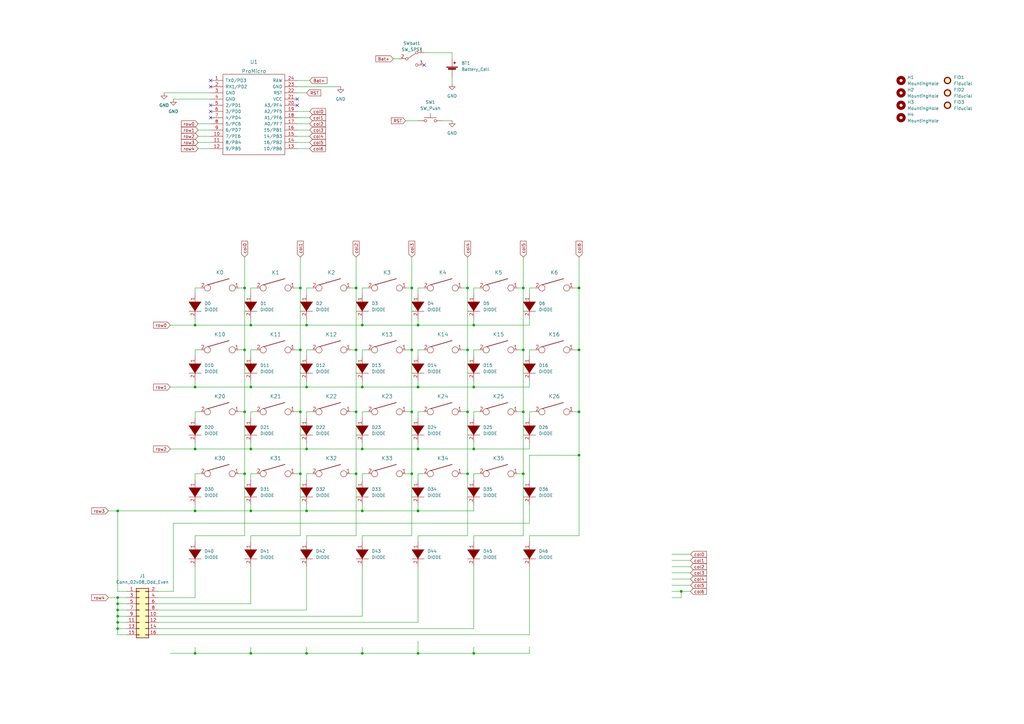
<source format=kicad_sch>
(kicad_sch (version 20211123) (generator eeschema)
  (paper "A3")
  (title_block (title "mykeeb") (rev "2"))
  (lib_symbols
    (symbol "Connector_Generic:Conn_02x08_Odd_Even" (pin_names (offset 1.016) hide)
      (property "Reference" "J" (at 1.27 10.16 0))
      (property "Value" "Conn_02x08_Odd_Even" (at 1.27 -12.7 0))
      (symbol "Conn_02x08_Odd_Even_1_1"
        (rectangle (start -1.27 -10.033) (end 0 -10.287) (stroke (width 0.1524)))
        (rectangle (start -1.27 -7.493) (end 0 -7.747) (stroke (width 0.1524)))
        (rectangle (start -1.27 -4.953) (end 0 -5.207) (stroke (width 0.1524)))
        (rectangle (start -1.27 -2.413) (end 0 -2.667) (stroke (width 0.1524)))
        (rectangle (start -1.27 0.127) (end 0 -0.127) (stroke (width 0.1524)))
        (rectangle (start -1.27 2.667) (end 0 2.413) (stroke (width 0.1524)))
        (rectangle (start -1.27 5.207) (end 0 4.953) (stroke (width 0.1524)))
        (rectangle (start -1.27 7.747) (end 0 7.493) (stroke (width 0.1524)))
        (rectangle (start -1.27 8.89) (end 3.81 -11.43) (stroke (width 0.254)) (fill (type background)))
        (rectangle (start 3.81 -10.033) (end 2.54 -10.287) (stroke (width 0.1524)))
        (rectangle (start 3.81 -7.493) (end 2.54 -7.747) (stroke (width 0.1524)))
        (rectangle (start 3.81 -4.953) (end 2.54 -5.207) (stroke (width 0.1524)))
        (rectangle (start 3.81 -2.413) (end 2.54 -2.667) (stroke (width 0.1524)))
        (rectangle (start 3.81 0.127) (end 2.54 -0.127) (stroke (width 0.1524)))
        (rectangle (start 3.81 2.667) (end 2.54 2.413) (stroke (width 0.1524)))
        (rectangle (start 3.81 5.207) (end 2.54 4.953) (stroke (width 0.1524)))
        (rectangle (start 3.81 7.747) (end 2.54 7.493) (stroke (width 0.1524)))
        (pin passive line (at -5.08 7.62 0) (length 3.81) (name "Pin_1") (number "1"))
        (pin passive line (at 7.62 -2.54 180) (length 3.81) (name "Pin_10") (number "10"))
        (pin passive line (at -5.08 -5.08 0) (length 3.81) (name "Pin_11") (number "11"))
        (pin passive line (at 7.62 -5.08 180) (length 3.81) (name "Pin_12") (number "12"))
        (pin passive line (at -5.08 -7.62 0) (length 3.81) (name "Pin_13") (number "13"))
        (pin passive line (at 7.62 -7.62 180) (length 3.81) (name "Pin_14") (number "14"))
        (pin passive line (at -5.08 -10.16 0) (length 3.81) (name "Pin_15") (number "15"))
        (pin passive line (at 7.62 -10.16 180) (length 3.81) (name "Pin_16") (number "16"))
        (pin passive line (at 7.62 7.62 180) (length 3.81) (name "Pin_2") (number "2"))
        (pin passive line (at -5.08 5.08 0) (length 3.81) (name "Pin_3") (number "3"))
        (pin passive line (at 7.62 5.08 180) (length 3.81) (name "Pin_4") (number "4"))
        (pin passive line (at -5.08 2.54 0) (length 3.81) (name "Pin_5") (number "5"))
        (pin passive line (at 7.62 2.54 180) (length 3.81) (name "Pin_6") (number "6"))
        (pin passive line (at -5.08 0 0) (length 3.81) (name "Pin_7") (number "7"))
        (pin passive line (at 7.62 0 180) (length 3.81) (name "Pin_8") (number "8"))
        (pin passive line (at -5.08 -2.54 0) (length 3.81) (name "Pin_9") (number "9"))
      )
    )
    (symbol "Device:Battery_Cell" (pin_numbers hide) (pin_names (offset 0) hide)
      (property "Reference" "BT" (at 2.54 2.54 0))
      (property "Value" "Battery_Cell" (at 2.54 0 0))
      (symbol "Battery_Cell_0_1"
        (rectangle (start -2.286 1.778) (end 2.286 1.524) (fill (type outline)))
        (rectangle (start -1.5748 1.1938) (end 1.4732 0.6858) (fill (type outline)))
        (polyline (pts (xy 0 0.762) (xy 0 0)))
        (polyline (pts (xy 0 1.778) (xy 0 2.54)))
        (polyline (pts (xy 0.508 3.429) (xy 1.524 3.429)) (stroke (width 0.254)))
        (polyline (pts (xy 1.016 3.937) (xy 1.016 2.921)) (stroke (width 0.254)))
      )
      (symbol "Battery_Cell_1_1"
        (pin passive line (at 0 5.08 270) (length 2.54) (name "+") (number "1"))
        (pin passive line (at 0 -2.54 90) (length 2.54) (name "-") (number "2"))
      )
    )
    (symbol "Mechanical:Fiducial"
      (property "Reference" "FID" (at 0 5.08 0))
      (property "Value" "Fiducial" (at 0 3.175 0))
      (symbol "Fiducial_0_1"
        (circle (center 0 0) (radius 1.27) (stroke (width 0.508)) (fill (type background)))
      )
    )
    (symbol "Mechanical:MountingHole" (pin_names (offset 1.016))
      (property "Reference" "H" (at 0 5.08 0))
      (property "Value" "MountingHole" (at 0 3.175 0))
      (symbol "MountingHole_0_1"
        (circle (center 0 0) (radius 1.27) (stroke (width 1.27)))
      )
    )
    (symbol "Switch:SW_Push" (pin_numbers hide) (pin_names (offset 1.016) hide)
      (property "Reference" "SW" (at 1.27 2.54 0))
      (property "Value" "SW_Push" (at 0 -1.524 0))
      (symbol "SW_Push_0_1"
        (circle (center -2.032 0) (radius 0.508))
        (polyline (pts (xy 0 1.27) (xy 0 3.048)))
        (polyline (pts (xy 2.54 1.27) (xy -2.54 1.27)))
        (circle (center 2.032 0) (radius 0.508))
        (pin passive line (at -5.08 0 0) (length 2.54) (name "1") (number "1"))
        (pin passive line (at 5.08 0 180) (length 2.54) (name "2") (number "2"))
      )
    )
    (symbol "Switch:SW_SPDT" (pin_names (offset 0) hide)
      (property "Reference" "SW" (at 0 4.318 0))
      (property "Value" "SW_SPDT" (at 0 -5.08 0))
      (symbol "SW_SPDT_0_0"
        (circle (center -2.032 0) (radius 0.508))
        (circle (center 2.032 -2.54) (radius 0.508))
      )
      (symbol "SW_SPDT_0_1"
        (polyline (pts (xy -1.524 0.254) (xy 1.651 2.286)))
        (circle (center 2.032 2.54) (radius 0.508))
      )
      (symbol "SW_SPDT_1_1"
        (pin passive line (at 5.08 2.54 180) (length 2.54) (name "A") (number "1"))
        (pin passive line (at -5.08 0 0) (length 2.54) (name "B") (number "2"))
        (pin passive line (at 5.08 -2.54 180) (length 2.54) (name "C") (number "3"))
      )
    )
    (symbol "keebio:ProMicro" (pin_names (offset 1.016))
      (property "Reference" "U" (at 0 0 0))
      (property "Value" "ProMicro" (at 0 -19.05 0))
      (symbol "ProMicro_0_1"
        (rectangle (start -12.7 -16.51) (end 12.7 16.51))
      )
      (symbol "ProMicro_1_1"
        (pin input line (at -17.78 13.97 0) (length 5.08) (name "TX0/PD3") (number "1"))
        (pin input line (at -17.78 -8.89 0) (length 5.08) (name "7/PE6") (number "10"))
        (pin input line (at -17.78 -11.43 0) (length 5.08) (name "8/PB4") (number "11"))
        (pin input line (at -17.78 -13.97 0) (length 5.08) (name "9/PB5") (number "12"))
        (pin input line (at 17.78 -13.97 180) (length 5.08) (name "10/PB6") (number "13"))
        (pin input line (at 17.78 -11.43 180) (length 5.08) (name "16/PB2") (number "14"))
        (pin input line (at 17.78 -8.89 180) (length 5.08) (name "14/PB3") (number "15"))
        (pin input line (at 17.78 -6.35 180) (length 5.08) (name "15/PB1") (number "16"))
        (pin input line (at 17.78 -3.81 180) (length 5.08) (name "A0/PF7") (number "17"))
        (pin input line (at 17.78 -1.27 180) (length 5.08) (name "A1/PF6") (number "18"))
        (pin input line (at 17.78 1.27 180) (length 5.08) (name "A2/PF5") (number "19"))
        (pin input line (at -17.78 11.43 0) (length 5.08) (name "RX1/PD2") (number "2"))
        (pin input line (at 17.78 3.81 180) (length 5.08) (name "A3/PF4") (number "20"))
        (pin input line (at 17.78 6.35 180) (length 5.08) (name "VCC") (number "21"))
        (pin input line (at 17.78 8.89 180) (length 5.08) (name "RST") (number "22"))
        (pin input line (at 17.78 11.43 180) (length 5.08) (name "GND") (number "23"))
        (pin input line (at 17.78 13.97 180) (length 5.08) (name "RAW") (number "24"))
        (pin input line (at -17.78 8.89 0) (length 5.08) (name "GND") (number "3"))
        (pin input line (at -17.78 6.35 0) (length 5.08) (name "GND") (number "4"))
        (pin input line (at -17.78 3.81 0) (length 5.08) (name "2/PD1") (number "5"))
        (pin input line (at -17.78 1.27 0) (length 5.08) (name "3/PD0") (number "6"))
        (pin input line (at -17.78 -1.27 0) (length 5.08) (name "4/PD4") (number "7"))
        (pin input line (at -17.78 -3.81 0) (length 5.08) (name "5/PC6") (number "8"))
        (pin input line (at -17.78 -6.35 0) (length 5.08) (name "6/PD7") (number "9"))
      )
    )
    (symbol "keyboard_parts:KEYSW" (pin_names (offset 1.016))
      (property "Reference" "K?" (at -1.27 0 0))
      (symbol "KEYSW_0_1"
        (circle (center -5.08 0) (radius 1.27))
        (polyline (pts (xy -5.08 1.27) (xy 3.81 3.81)) (stroke (width 0.254)))
        (circle (center 5.08 0) (radius 1.27))
      )
      (symbol "KEYSW_1_1"
        (pin passive line (at 7.62 0 180) (length 1.27) (name "~") (number "1"))
        (pin passive line (at -7.62 0 0) (length 1.27) (name "~") (number "2"))
      )
    )
    (symbol "power:GND" (power) (pin_names (offset 0))
      (property "Value" "GND" (at 0 -3.81 0))
      (symbol "GND_0_1"
        (polyline (pts (xy 0 0) (xy 0 -1.27) (xy 1.27 -1.27) (xy 0 -2.54) (xy -1.27 -1.27) (xy 0 -1.27)))
      )
      (symbol "GND_1_1"
        (pin power_in line (at 0 0 270) (length 0) hide (name "GND") (number "1"))
      )
    )
    (symbol "pspice:DIODE" (pin_names (offset 1.016) hide)
      (property "Reference" "D" (at 0 3.81 0))
      (property "Value" "DIODE" (at 0 -4.445 0))
      (symbol "DIODE_0_1"
        (polyline (pts (xy 1.905 2.54) (xy 1.905 -2.54)))
        (polyline (pts (xy -1.905 2.54) (xy -1.905 -2.54) (xy 1.905 0)) (fill (type outline)))
      )
      (symbol "DIODE_1_1"
        (pin input line (at -5.08 0 0) (length 3.81) (name "K") (number "1"))
        (pin input line (at 5.08 0 180) (length 3.81) (name "A") (number "2"))
      )
    )
  )
  (junction (at 148.59 267.97))
  (junction (at 102.87 267.97))
  (junction (at 279.4 242.57))
  (junction (at 146.05 118.11))
  (junction (at 102.87 158.75))
  (junction (at 168.91 168.91))
  (junction (at 100.33 168.91))
  (junction (at 191.77 194.31))
  (junction (at 171.45 209.55))
  (junction (at 125.73 209.55))
  (junction (at 80.01 184.15))
  (junction (at 123.19 168.91))
  (junction (at 237.49 186.69))
  (junction (at 146.05 143.51))
  (junction (at 123.19 194.31))
  (junction (at 146.05 194.31))
  (junction (at 171.45 133.35))
  (junction (at 194.31 133.35))
  (junction (at 168.91 194.31))
  (junction (at 168.91 118.11))
  (junction (at 171.45 267.97))
  (junction (at 214.63 118.11))
  (junction (at 123.19 143.51))
  (junction (at 100.33 118.11))
  (junction (at 191.77 118.11))
  (junction (at 148.59 209.55))
  (junction (at 125.73 158.75))
  (junction (at 168.91 143.51))
  (junction (at 237.49 168.91))
  (junction (at 125.73 184.15))
  (junction (at 148.59 133.35))
  (junction (at 194.31 267.97))
  (junction (at 191.77 143.51))
  (junction (at 237.49 118.11))
  (junction (at 48.26 250.19))
  (junction (at 48.26 252.73))
  (junction (at 48.26 209.55))
  (junction (at 148.59 158.75))
  (junction (at 102.87 184.15))
  (junction (at 102.87 209.55))
  (junction (at 102.87 133.35))
  (junction (at 171.45 158.75))
  (junction (at 48.26 247.65))
  (junction (at 214.63 168.91))
  (junction (at 80.01 158.75))
  (junction (at 123.19 118.11))
  (junction (at 48.26 255.27))
  (junction (at 80.01 267.97))
  (junction (at 194.31 158.75))
  (junction (at 125.73 133.35))
  (junction (at 148.59 184.15))
  (junction (at 80.01 209.55))
  (junction (at 191.77 168.91))
  (junction (at 214.63 194.31))
  (junction (at 80.01 133.35))
  (junction (at 214.63 143.51))
  (junction (at 100.33 143.51))
  (junction (at 125.73 267.97))
  (junction (at 171.45 184.15))
  (junction (at 146.05 168.91))
  (junction (at 194.31 184.15))
  (junction (at 100.33 194.31))
  (junction (at 48.26 245.11))
  (junction (at 48.26 257.81))
  (junction (at 237.49 143.51))
  (no_connect (at 86.36 33.02))
  (no_connect (at 86.36 43.18))
  (no_connect (at 86.36 35.56))
  (no_connect (at 173.99 26.67))
  (no_connect (at 121.92 40.64))
  (no_connect (at 86.36 45.72))
  (no_connect (at 86.36 48.26))
  (no_connect (at 121.92 43.18))
  (wire (pts (xy 171.45 143.51) (xy 171.45 146.05)))
  (wire (pts (xy 125.73 267.97) (xy 125.73 265.43)))
  (wire (pts (xy 86.36 55.88) (xy 81.28 55.88)))
  (wire (pts (xy 100.33 143.51) (xy 97.79 143.51)))
  (wire (pts (xy 123.19 194.31) (xy 123.19 219.71)))
  (wire (pts (xy 125.73 209.55) (xy 148.59 209.55)))
  (wire (pts (xy 219.71 168.91) (xy 217.17 168.91)))
  (wire (pts (xy 105.41 143.51) (xy 102.87 143.51)))
  (wire (pts (xy 214.63 168.91) (xy 214.63 194.31)))
  (wire (pts (xy 71.12 40.64) (xy 86.36 40.64)))
  (wire (pts (xy 48.26 252.73) (xy 48.26 255.27)))
  (wire (pts (xy 148.59 184.15) (xy 148.59 181.61)))
  (wire (pts (xy 148.59 267.97) (xy 148.59 265.43)))
  (wire (pts (xy 146.05 143.51) (xy 146.05 168.91)))
  (wire (pts (xy 196.85 168.91) (xy 194.31 168.91)))
  (wire (pts (xy 128.27 194.31) (xy 125.73 194.31)))
  (wire (pts (xy 194.31 133.35) (xy 217.17 133.35)))
  (wire (pts (xy 217.17 184.15) (xy 217.17 181.61)))
  (wire (pts (xy 125.73 209.55) (xy 125.73 207.01)))
  (wire (pts (xy 171.45 158.75) (xy 194.31 158.75)))
  (wire (pts (xy 102.87 267.97) (xy 125.73 267.97)))
  (wire (pts (xy 194.31 267.97) (xy 217.17 267.97)))
  (wire (pts (xy 80.01 207.01) (xy 80.01 209.55)))
  (wire (pts (xy 102.87 184.15) (xy 125.73 184.15)))
  (wire (pts (xy 237.49 118.11) (xy 234.95 118.11)))
  (wire (pts (xy 171.45 209.55) (xy 194.31 209.55)))
  (wire (pts (xy 48.26 209.55) (xy 48.26 242.57)))
  (wire (pts (xy 80.01 194.31) (xy 80.01 196.85)))
  (wire (pts (xy 191.77 194.31) (xy 191.77 219.71)))
  (wire (pts (xy 283.21 232.41) (xy 275.59 232.41)))
  (wire (pts (xy 217.17 219.71) (xy 237.49 219.71)))
  (wire (pts (xy 237.49 168.91) (xy 234.95 168.91)))
  (wire (pts (xy 105.41 194.31) (xy 102.87 194.31)))
  (wire (pts (xy 191.77 143.51) (xy 191.77 168.91)))
  (wire (pts (xy 148.59 133.35) (xy 148.59 130.81)))
  (wire (pts (xy 80.01 130.81) (xy 80.01 133.35)))
  (wire (pts (xy 128.27 168.91) (xy 125.73 168.91)))
  (wire (pts (xy 80.01 184.15) (xy 102.87 184.15)))
  (wire (pts (xy 191.77 118.11) (xy 191.77 143.51)))
  (wire (pts (xy 191.77 143.51) (xy 189.23 143.51)))
  (wire (pts (xy 217.17 260.35) (xy 217.17 232.41)))
  (wire (pts (xy 151.13 194.31) (xy 148.59 194.31)))
  (wire (pts (xy 196.85 143.51) (xy 194.31 143.51)))
  (wire (pts (xy 166.37 49.53) (xy 171.45 49.53)))
  (wire (pts (xy 48.26 255.27) (xy 52.07 255.27)))
  (wire (pts (xy 194.31 158.75) (xy 194.31 156.21)))
  (wire (pts (xy 214.63 118.11) (xy 212.09 118.11)))
  (wire (pts (xy 121.92 35.56) (xy 139.7 35.56)))
  (wire (pts (xy 146.05 168.91) (xy 143.51 168.91)))
  (wire (pts (xy 151.13 118.11) (xy 148.59 118.11)))
  (wire (pts (xy 125.73 143.51) (xy 125.73 146.05)))
  (wire (pts (xy 80.01 156.21) (xy 80.01 158.75)))
  (wire (pts (xy 148.59 118.11) (xy 148.59 120.65)))
  (wire (pts (xy 80.01 158.75) (xy 69.85 158.75)))
  (wire (pts (xy 148.59 184.15) (xy 171.45 184.15)))
  (wire (pts (xy 283.21 229.87) (xy 275.59 229.87)))
  (wire (pts (xy 80.01 181.61) (xy 80.01 184.15)))
  (wire (pts (xy 121.92 58.42) (xy 127 58.42)))
  (wire (pts (xy 102.87 194.31) (xy 102.87 196.85)))
  (wire (pts (xy 191.77 168.91) (xy 189.23 168.91)))
  (wire (pts (xy 168.91 194.31) (xy 168.91 219.71)))
  (wire (pts (xy 102.87 184.15) (xy 102.87 181.61)))
  (wire (pts (xy 80.01 232.41) (xy 80.01 245.11)))
  (wire (pts (xy 100.33 194.31) (xy 97.79 194.31)))
  (wire (pts (xy 64.77 255.27) (xy 171.45 255.27)))
  (wire (pts (xy 125.73 267.97) (xy 148.59 267.97)))
  (wire (pts (xy 219.71 143.51) (xy 217.17 143.51)))
  (wire (pts (xy 148.59 133.35) (xy 171.45 133.35)))
  (wire (pts (xy 171.45 255.27) (xy 171.45 232.41)))
  (wire (pts (xy 80.01 158.75) (xy 102.87 158.75)))
  (wire (pts (xy 214.63 118.11) (xy 214.63 143.51)))
  (wire (pts (xy 146.05 118.11) (xy 146.05 143.51)))
  (wire (pts (xy 283.21 240.03) (xy 275.59 240.03)))
  (wire (pts (xy 48.26 250.19) (xy 52.07 250.19)))
  (wire (pts (xy 168.91 118.11) (xy 166.37 118.11)))
  (wire (pts (xy 217.17 267.97) (xy 217.17 265.43)))
  (wire (pts (xy 151.13 143.51) (xy 148.59 143.51)))
  (wire (pts (xy 123.19 143.51) (xy 123.19 168.91)))
  (wire (pts (xy 185.42 21.59) (xy 185.42 24.13)))
  (wire (pts (xy 214.63 105.41) (xy 214.63 118.11)))
  (wire (pts (xy 80.01 267.97) (xy 102.87 267.97)))
  (wire (pts (xy 283.21 227.33) (xy 275.59 227.33)))
  (wire (pts (xy 80.01 184.15) (xy 69.85 184.15)))
  (wire (pts (xy 171.45 168.91) (xy 171.45 171.45)))
  (wire (pts (xy 148.59 222.25) (xy 148.59 219.71)))
  (wire (pts (xy 121.92 38.1) (xy 125.73 38.1)))
  (wire (pts (xy 123.19 168.91) (xy 120.65 168.91)))
  (wire (pts (xy 125.73 133.35) (xy 148.59 133.35)))
  (wire (pts (xy 48.26 257.81) (xy 52.07 257.81)))
  (wire (pts (xy 146.05 168.91) (xy 146.05 194.31)))
  (wire (pts (xy 48.26 252.73) (xy 52.07 252.73)))
  (wire (pts (xy 173.99 21.59) (xy 185.42 21.59)))
  (wire (pts (xy 48.26 245.11) (xy 48.26 247.65)))
  (wire (pts (xy 194.31 219.71) (xy 214.63 219.71)))
  (wire (pts (xy 148.59 194.31) (xy 148.59 196.85)))
  (wire (pts (xy 100.33 168.91) (xy 100.33 194.31)))
  (wire (pts (xy 44.45 209.55) (xy 48.26 209.55)))
  (wire (pts (xy 48.26 247.65) (xy 48.26 250.19)))
  (wire (pts (xy 217.17 214.63) (xy 71.12 214.63)))
  (wire (pts (xy 214.63 143.51) (xy 212.09 143.51)))
  (wire (pts (xy 128.27 118.11) (xy 125.73 118.11)))
  (wire (pts (xy 121.92 33.02) (xy 127 33.02)))
  (wire (pts (xy 105.41 118.11) (xy 102.87 118.11)))
  (wire (pts (xy 48.26 247.65) (xy 52.07 247.65)))
  (wire (pts (xy 64.77 252.73) (xy 148.59 252.73)))
  (wire (pts (xy 121.92 50.8) (xy 127 50.8)))
  (wire (pts (xy 217.17 158.75) (xy 217.17 156.21)))
  (wire (pts (xy 67.31 38.1) (xy 86.36 38.1)))
  (wire (pts (xy 102.87 209.55) (xy 102.87 207.01)))
  (wire (pts (xy 80.01 222.25) (xy 80.01 219.71)))
  (wire (pts (xy 71.12 214.63) (xy 71.12 242.57)))
  (wire (pts (xy 125.73 158.75) (xy 148.59 158.75)))
  (wire (pts (xy 191.77 105.41) (xy 191.77 118.11)))
  (wire (pts (xy 86.36 50.8) (xy 81.28 50.8)))
  (wire (pts (xy 171.45 219.71) (xy 191.77 219.71)))
  (wire (pts (xy 102.87 247.65) (xy 102.87 232.41)))
  (wire (pts (xy 125.73 184.15) (xy 148.59 184.15)))
  (wire (pts (xy 171.45 262.89) (xy 171.45 267.97)))
  (wire (pts (xy 194.31 118.11) (xy 194.31 120.65)))
  (wire (pts (xy 148.59 252.73) (xy 148.59 232.41)))
  (wire (pts (xy 121.92 60.96) (xy 127 60.96)))
  (wire (pts (xy 194.31 194.31) (xy 194.31 196.85)))
  (wire (pts (xy 171.45 267.97) (xy 194.31 267.97)))
  (wire (pts (xy 168.91 143.51) (xy 168.91 168.91)))
  (wire (pts (xy 102.87 118.11) (xy 102.87 120.65)))
  (wire (pts (xy 151.13 168.91) (xy 148.59 168.91)))
  (wire (pts (xy 283.21 242.57) (xy 279.4 242.57)))
  (wire (pts (xy 146.05 105.41) (xy 146.05 118.11)))
  (wire (pts (xy 48.26 255.27) (xy 48.26 257.81)))
  (wire (pts (xy 279.4 242.57) (xy 275.59 242.57)))
  (wire (pts (xy 173.99 194.31) (xy 171.45 194.31)))
  (wire (pts (xy 217.17 222.25) (xy 217.17 219.71)))
  (wire (pts (xy 100.33 118.11) (xy 97.79 118.11)))
  (wire (pts (xy 237.49 168.91) (xy 237.49 186.69)))
  (wire (pts (xy 194.31 257.81) (xy 194.31 232.41)))
  (wire (pts (xy 194.31 143.51) (xy 194.31 146.05)))
  (wire (pts (xy 80.01 267.97) (xy 69.85 267.97)))
  (wire (pts (xy 219.71 118.11) (xy 217.17 118.11)))
  (wire (pts (xy 237.49 118.11) (xy 237.49 143.51)))
  (wire (pts (xy 86.36 58.42) (xy 81.28 58.42)))
  (wire (pts (xy 194.31 222.25) (xy 194.31 219.71)))
  (wire (pts (xy 171.45 184.15) (xy 194.31 184.15)))
  (wire (pts (xy 194.31 158.75) (xy 217.17 158.75)))
  (wire (pts (xy 283.21 234.95) (xy 275.59 234.95)))
  (wire (pts (xy 196.85 194.31) (xy 194.31 194.31)))
  (wire (pts (xy 82.55 143.51) (xy 80.01 143.51)))
  (wire (pts (xy 171.45 194.31) (xy 171.45 196.85)))
  (wire (pts (xy 279.4 245.11) (xy 279.4 242.57)))
  (wire (pts (xy 161.29 24.13) (xy 163.83 24.13)))
  (wire (pts (xy 125.73 194.31) (xy 125.73 196.85)))
  (wire (pts (xy 275.59 245.11) (xy 279.4 245.11)))
  (wire (pts (xy 52.07 242.57) (xy 48.26 242.57)))
  (wire (pts (xy 171.45 133.35) (xy 171.45 130.81)))
  (wire (pts (xy 100.33 168.91) (xy 97.79 168.91)))
  (wire (pts (xy 125.73 219.71) (xy 146.05 219.71)))
  (wire (pts (xy 148.59 209.55) (xy 171.45 209.55)))
  (wire (pts (xy 48.26 257.81) (xy 48.26 260.35)))
  (wire (pts (xy 121.92 55.88) (xy 127 55.88)))
  (wire (pts (xy 148.59 158.75) (xy 171.45 158.75)))
  (wire (pts (xy 80.01 219.71) (xy 100.33 219.71)))
  (wire (pts (xy 146.05 194.31) (xy 143.51 194.31)))
  (wire (pts (xy 191.77 194.31) (xy 189.23 194.31)))
  (wire (pts (xy 100.33 219.71) (xy 100.33 194.31)))
  (wire (pts (xy 64.77 260.35) (xy 217.17 260.35)))
  (wire (pts (xy 148.59 158.75) (xy 148.59 156.21)))
  (wire (pts (xy 102.87 158.75) (xy 102.87 156.21)))
  (wire (pts (xy 168.91 143.51) (xy 166.37 143.51)))
  (wire (pts (xy 80.01 245.11) (xy 64.77 245.11)))
  (wire (pts (xy 217.17 133.35) (xy 217.17 130.81)))
  (wire (pts (xy 191.77 118.11) (xy 189.23 118.11)))
  (wire (pts (xy 100.33 143.51) (xy 100.33 168.91)))
  (wire (pts (xy 217.17 118.11) (xy 217.17 120.65)))
  (wire (pts (xy 102.87 158.75) (xy 125.73 158.75)))
  (wire (pts (xy 194.31 133.35) (xy 194.31 130.81)))
  (wire (pts (xy 121.92 53.34) (xy 127 53.34)))
  (wire (pts (xy 102.87 133.35) (xy 102.87 130.81)))
  (wire (pts (xy 125.73 250.19) (xy 125.73 232.41)))
  (wire (pts (xy 123.19 105.41) (xy 123.19 118.11)))
  (wire (pts (xy 283.21 237.49) (xy 275.59 237.49)))
  (wire (pts (xy 217.17 207.01) (xy 217.17 214.63)))
  (wire (pts (xy 86.36 60.96) (xy 81.28 60.96)))
  (wire (pts (xy 44.45 245.11) (xy 48.26 245.11)))
  (wire (pts (xy 82.55 194.31) (xy 80.01 194.31)))
  (wire (pts (xy 100.33 118.11) (xy 100.33 143.51)))
  (wire (pts (xy 71.12 242.57) (xy 64.77 242.57)))
  (wire (pts (xy 80.01 265.43) (xy 80.01 267.97)))
  (wire (pts (xy 196.85 118.11) (xy 194.31 118.11)))
  (wire (pts (xy 80.01 118.11) (xy 80.01 120.65)))
  (wire (pts (xy 80.01 143.51) (xy 80.01 146.05)))
  (wire (pts (xy 125.73 118.11) (xy 125.73 120.65)))
  (wire (pts (xy 128.27 143.51) (xy 125.73 143.51)))
  (wire (pts (xy 102.87 219.71) (xy 123.19 219.71)))
  (wire (pts (xy 105.41 168.91) (xy 102.87 168.91)))
  (wire (pts (xy 102.87 143.51) (xy 102.87 146.05)))
  (wire (pts (xy 48.26 245.11) (xy 52.07 245.11)))
  (wire (pts (xy 214.63 168.91) (xy 212.09 168.91)))
  (wire (pts (xy 125.73 158.75) (xy 125.73 156.21)))
  (wire (pts (xy 237.49 143.51) (xy 234.95 143.51)))
  (wire (pts (xy 146.05 194.31) (xy 146.05 219.71)))
  (wire (pts (xy 168.91 168.91) (xy 166.37 168.91)))
  (wire (pts (xy 80.01 133.35) (xy 102.87 133.35)))
  (wire (pts (xy 168.91 168.91) (xy 168.91 194.31)))
  (wire (pts (xy 194.31 184.15) (xy 217.17 184.15)))
  (wire (pts (xy 100.33 105.41) (xy 100.33 118.11)))
  (wire (pts (xy 64.77 257.81) (xy 194.31 257.81)))
  (wire (pts (xy 146.05 118.11) (xy 143.51 118.11)))
  (wire (pts (xy 146.05 143.51) (xy 143.51 143.51)))
  (wire (pts (xy 121.92 48.26) (xy 127 48.26)))
  (wire (pts (xy 148.59 168.91) (xy 148.59 171.45)))
  (wire (pts (xy 217.17 186.69) (xy 237.49 186.69)))
  (wire (pts (xy 171.45 118.11) (xy 171.45 120.65)))
  (wire (pts (xy 217.17 168.91) (xy 217.17 171.45)))
  (wire (pts (xy 48.26 260.35) (xy 52.07 260.35)))
  (wire (pts (xy 237.49 143.51) (xy 237.49 168.91)))
  (wire (pts (xy 80.01 168.91) (xy 80.01 171.45)))
  (wire (pts (xy 123.19 118.11) (xy 123.19 143.51)))
  (wire (pts (xy 123.19 168.91) (xy 123.19 194.31)))
  (wire (pts (xy 102.87 168.91) (xy 102.87 171.45)))
  (wire (pts (xy 171.45 184.15) (xy 171.45 181.61)))
  (wire (pts (xy 171.45 158.75) (xy 171.45 156.21)))
  (wire (pts (xy 102.87 222.25) (xy 102.87 219.71)))
  (wire (pts (xy 237.49 186.69) (xy 237.49 219.71)))
  (wire (pts (xy 125.73 184.15) (xy 125.73 181.61)))
  (wire (pts (xy 148.59 219.71) (xy 168.91 219.71)))
  (wire (pts (xy 171.45 209.55) (xy 171.45 207.01)))
  (wire (pts (xy 80.01 133.35) (xy 69.85 133.35)))
  (wire (pts (xy 148.59 267.97) (xy 171.45 267.97)))
  (wire (pts (xy 217.17 143.51) (xy 217.17 146.05)))
  (wire (pts (xy 121.92 45.72) (xy 127 45.72)))
  (wire (pts (xy 123.19 194.31) (xy 120.65 194.31)))
  (wire (pts (xy 168.91 118.11) (xy 168.91 143.51)))
  (wire (pts (xy 168.91 105.41) (xy 168.91 118.11)))
  (wire (pts (xy 181.61 49.53) (xy 185.42 49.53)))
  (wire (pts (xy 102.87 209.55) (xy 125.73 209.55)))
  (wire (pts (xy 194.31 184.15) (xy 194.31 181.61)))
  (wire (pts (xy 102.87 267.97) (xy 102.87 265.43)))
  (wire (pts (xy 171.45 133.35) (xy 194.31 133.35)))
  (wire (pts (xy 82.55 168.91) (xy 80.01 168.91)))
  (wire (pts (xy 237.49 105.41) (xy 237.49 118.11)))
  (wire (pts (xy 80.01 209.55) (xy 102.87 209.55)))
  (wire (pts (xy 123.19 143.51) (xy 120.65 143.51)))
  (wire (pts (xy 214.63 194.31) (xy 212.09 194.31)))
  (wire (pts (xy 173.99 168.91) (xy 171.45 168.91)))
  (wire (pts (xy 102.87 133.35) (xy 125.73 133.35)))
  (wire (pts (xy 191.77 168.91) (xy 191.77 194.31)))
  (wire (pts (xy 185.42 34.29) (xy 185.42 31.75)))
  (wire (pts (xy 48.26 209.55) (xy 80.01 209.55)))
  (wire (pts (xy 64.77 250.19) (xy 125.73 250.19)))
  (wire (pts (xy 168.91 194.31) (xy 166.37 194.31)))
  (wire (pts (xy 194.31 209.55) (xy 194.31 207.01)))
  (wire (pts (xy 173.99 118.11) (xy 171.45 118.11)))
  (wire (pts (xy 173.99 143.51) (xy 171.45 143.51)))
  (wire (pts (xy 125.73 222.25) (xy 125.73 219.71)))
  (wire (pts (xy 48.26 250.19) (xy 48.26 252.73)))
  (wire (pts (xy 123.19 118.11) (xy 120.65 118.11)))
  (wire (pts (xy 194.31 267.97) (xy 194.31 265.43)))
  (wire (pts (xy 148.59 209.55) (xy 148.59 207.01)))
  (wire (pts (xy 125.73 168.91) (xy 125.73 171.45)))
  (wire (pts (xy 86.36 53.34) (xy 81.28 53.34)))
  (wire (pts (xy 214.63 143.51) (xy 214.63 168.91)))
  (wire (pts (xy 148.59 143.51) (xy 148.59 146.05)))
  (wire (pts (xy 64.77 247.65) (xy 102.87 247.65)))
  (wire (pts (xy 214.63 194.31) (xy 214.63 219.71)))
  (wire (pts (xy 125.73 133.35) (xy 125.73 130.81)))
  (wire (pts (xy 217.17 186.69) (xy 217.17 196.85)))
  (wire (pts (xy 82.55 118.11) (xy 80.01 118.11)))
  (wire (pts (xy 194.31 168.91) (xy 194.31 171.45)))
  (wire (pts (xy 171.45 222.25) (xy 171.45 219.71)))
  (global_label "Bat+" (shape input) (at 161.29 24.13 180) (property "Referenzen zwischen Schaltplänen" "${INTERSHEET_REFS}" (effects hide)))
  (global_label "col3" (shape input) (at 283.21 234.95 0) (property "Referenzen zwischen Schaltplänen" "${INTERSHEET_REFS}" (effects hide)))
  (global_label "row1" (shape input) (at 69.85 158.75 180) (property "Referenzen zwischen Schaltplänen" "${INTERSHEET_REFS}" (effects hide)))
  (global_label "col3" (shape input) (at 127 53.34 0) (property "Referenzen zwischen Schaltplänen" "${INTERSHEET_REFS}" (effects hide)))
  (global_label "row4" (shape input) (at 81.28 60.96 180) (property "Referenzen zwischen Schaltplänen" "${INTERSHEET_REFS}" (effects hide)))
  (global_label "RST" (shape input) (at 125.73 38.1 0) (property "Referenzen zwischen Schaltplänen" "${INTERSHEET_REFS}" (effects hide)))
  (global_label "col1" (shape input) (at 127 48.26 0) (property "Referenzen zwischen Schaltplänen" "${INTERSHEET_REFS}" (effects hide)))
  (global_label "col1" (shape input) (at 283.21 229.87 0) (property "Referenzen zwischen Schaltplänen" "${INTERSHEET_REFS}" (effects hide)))
  (global_label "row2" (shape input) (at 81.28 55.88 180) (property "Referenzen zwischen Schaltplänen" "${INTERSHEET_REFS}" (effects hide)))
  (global_label "col5" (shape input) (at 127 58.42 0) (property "Referenzen zwischen Schaltplänen" "${INTERSHEET_REFS}" (effects hide)))
  (global_label "col5" (shape input) (at 283.21 240.03 0) (property "Referenzen zwischen Schaltplänen" "${INTERSHEET_REFS}" (effects hide)))
  (global_label "col6" (shape input) (at 283.21 242.57 0) (property "Referenzen zwischen Schaltplänen" "${INTERSHEET_REFS}" (effects hide)))
  (global_label "col0" (shape input) (at 100.33 105.41 90) (property "Referenzen zwischen Schaltplänen" "${INTERSHEET_REFS}" (effects hide)))
  (global_label "col3" (shape input) (at 168.91 105.41 90) (property "Referenzen zwischen Schaltplänen" "${INTERSHEET_REFS}" (effects hide)))
  (global_label "col1" (shape input) (at 123.19 105.41 90) (property "Referenzen zwischen Schaltplänen" "${INTERSHEET_REFS}" (effects hide)))
  (global_label "col2" (shape input) (at 146.05 105.41 90) (property "Referenzen zwischen Schaltplänen" "${INTERSHEET_REFS}" (effects hide)))
  (global_label "col6" (shape input) (at 127 60.96 0) (property "Referenzen zwischen Schaltplänen" "${INTERSHEET_REFS}" (effects hide)))
  (global_label "col6" (shape input) (at 237.49 105.41 90) (property "Referenzen zwischen Schaltplänen" "${INTERSHEET_REFS}" (effects hide)))
  (global_label "row3" (shape input) (at 81.28 58.42 180) (property "Referenzen zwischen Schaltplänen" "${INTERSHEET_REFS}" (effects hide)))
  (global_label "row1" (shape input) (at 81.28 53.34 180) (property "Referenzen zwischen Schaltplänen" "${INTERSHEET_REFS}" (effects hide)))
  (global_label "col0" (shape input) (at 127 45.72 0) (property "Referenzen zwischen Schaltplänen" "${INTERSHEET_REFS}" (effects hide)))
  (global_label "row0" (shape input) (at 81.28 50.8 180) (property "Referenzen zwischen Schaltplänen" "${INTERSHEET_REFS}" (effects hide)))
  (global_label "Bat+" (shape input) (at 127 33.02 0) (property "Referenzen zwischen Schaltplänen" "${INTERSHEET_REFS}" (effects hide)))
  (global_label "col5" (shape input) (at 214.63 105.41 90) (property "Referenzen zwischen Schaltplänen" "${INTERSHEET_REFS}" (effects hide)))
  (global_label "RST" (shape input) (at 166.37 49.53 180) (property "Referenzen zwischen Schaltplänen" "${INTERSHEET_REFS}" (effects hide)))
  (global_label "col0" (shape input) (at 283.21 227.33 0) (property "Referenzen zwischen Schaltplänen" "${INTERSHEET_REFS}" (effects hide)))
  (global_label "col2" (shape input) (at 283.21 232.41 0) (property "Referenzen zwischen Schaltplänen" "${INTERSHEET_REFS}" (effects hide)))
  (global_label "col4" (shape input) (at 191.77 105.41 90) (property "Referenzen zwischen Schaltplänen" "${INTERSHEET_REFS}" (effects hide)))
  (global_label "row2" (shape input) (at 69.85 184.15 180) (property "Referenzen zwischen Schaltplänen" "${INTERSHEET_REFS}" (effects hide)))
  (global_label "col4" (shape input) (at 127 55.88 0) (property "Referenzen zwischen Schaltplänen" "${INTERSHEET_REFS}" (effects hide)))
  (global_label "row0" (shape input) (at 69.85 133.35 180) (property "Referenzen zwischen Schaltplänen" "${INTERSHEET_REFS}" (effects hide)))
  (global_label "col4" (shape input) (at 283.21 237.49 0) (property "Referenzen zwischen Schaltplänen" "${INTERSHEET_REFS}" (effects hide)))
  (global_label "row4" (shape input) (at 44.45 245.11 180) (property "Referenzen zwischen Schaltplänen" "${INTERSHEET_REFS}" (effects hide)))
  (global_label "col2" (shape input) (at 127 50.8 0) (property "Referenzen zwischen Schaltplänen" "${INTERSHEET_REFS}" (effects hide)))
  (global_label "row3" (shape input) (at 44.45 209.55 180) (property "Referenzen zwischen Schaltplänen" "${INTERSHEET_REFS}" (effects hide)))
  (symbol (lib_id "pspice:DIODE") (at 148.59 151.13 270) (unit 1)
    (property "Reference" "D13" (at 152.4 149.8599 90) (effects (justify left)))
    (property "Value" "DIODE" (at 152.4 152.3999 90) (effects (justify left)))
    (property "Footprint" "mykeeb:my_dual_D_SOD123F_v2" (effects hide))
  )
  (symbol (lib_id "pspice:DIODE") (at 102.87 125.73 270) (unit 1)
    (property "Reference" "D1" (at 106.68 124.4599 90) (effects (justify left)))
    (property "Value" "DIODE" (at 106.68 126.9999 90) (effects (justify left)))
    (property "Footprint" "mykeeb:my_dual_D_SOD123F_v2" (effects hide))
  )
  (symbol (lib_id "pspice:DIODE") (at 217.17 227.33 270) (unit 1)
    (property "Reference" "D46" (at 220.98 226.0599 90) (effects (justify left)))
    (property "Value" "DIODE" (at 220.98 228.5999 90) (effects (justify left)))
    (property "Footprint" "Keebio-Parts:D_SOD123F" (effects hide))
  )
  (symbol (lib_id "pspice:DIODE") (at 194.31 201.93 270) (unit 1)
    (property "Reference" "D35" (at 198.12 200.6599 90) (effects (justify left)))
    (property "Value" "DIODE" (at 198.12 203.1999 90) (effects (justify left)))
    (property "Footprint" "mykeeb:my_dual_D_SOD123F_v2" (effects hide))
  )
  (symbol (lib_id "power:GND") (at 67.31 38.1 0) (unit 1)
    (property "Reference" "#PWR0102" (effects hide))
    (property "Value" "GND" (at 67.31 43.18 0))
  )
  (symbol (lib_id "keyboard_parts:KEYSW") (at 204.47 194.31 0) (unit 1)
    (property "Reference" "K35" (at 204.47 187.96 0) (effects (font (size 1.524 1.524))))
    (property "Value" "KEYSW" (effects hide))
    (property "Footprint" "mykeeb:Kailh_socket_MX_reversible_1u" (effects hide))
  )
  (symbol (lib_id "pspice:DIODE") (at 80.01 125.73 270) (unit 1)
    (property "Reference" "D0" (at 83.82 124.4599 90) (effects (justify left)))
    (property "Value" "DIODE" (at 83.82 126.9999 90) (effects (justify left)))
    (property "Footprint" "mykeeb:my_dual_D_SOD123F_v2" (effects hide))
  )
  (symbol (lib_id "keyboard_parts:KEYSW") (at 204.47 143.51 0) (unit 1)
    (property "Reference" "K15" (at 204.47 137.16 0) (effects (font (size 1.524 1.524))))
    (property "Value" "KEYSW" (effects hide))
    (property "Footprint" "mykeeb:Kailh_socket_MX_reversible_1u" (effects hide))
  )
  (symbol (lib_id "keyboard_parts:KEYSW") (at 181.61 118.11 0) (unit 1)
    (property "Reference" "K4" (at 181.61 111.76 0) (effects (font (size 1.524 1.524))))
    (property "Value" "KEYSW" (effects hide))
    (property "Footprint" "mykeeb:Kailh_socket_MX_reversible_1u" (effects hide))
  )
  (symbol (lib_id "pspice:DIODE") (at 217.17 176.53 270) (unit 1)
    (property "Reference" "D26" (at 220.98 175.2599 90) (effects (justify left)))
    (property "Value" "DIODE" (at 220.98 177.7999 90) (effects (justify left)))
    (property "Footprint" "mykeeb:my_dual_D_SOD123F_v2" (effects hide))
  )
  (symbol (lib_id "keebio:ProMicro") (at 104.14 46.99 0) (unit 1)
    (property "Reference" "U1" (at 104.14 25.4 0) (effects (font (size 1.524 1.524))))
    (property "Value" "ProMicro" (at 104.14 29.21 0) (effects (font (size 1.524 1.524))))
    (property "Footprint" "mykeeb:my_reversible_Pro_Micro" (effects hide))
  )
  (symbol (lib_id "pspice:DIODE") (at 125.73 176.53 270) (unit 1)
    (property "Reference" "D22" (at 129.54 175.2599 90) (effects (justify left)))
    (property "Value" "DIODE" (at 129.54 177.7999 90) (effects (justify left)))
    (property "Footprint" "mykeeb:my_dual_D_SOD123F_v2" (effects hide))
  )
  (symbol (lib_id "pspice:DIODE") (at 80.01 227.33 270) (unit 1)
    (property "Reference" "D40" (at 83.82 226.0599 90) (effects (justify left)))
    (property "Value" "DIODE" (at 83.82 228.5999 90) (effects (justify left)))
    (property "Footprint" "Keebio-Parts:D_SOD123F" (effects hide))
  )
  (symbol (lib_id "Switch:SW_SPDT") (at 168.91 24.13 0) (unit 1)
    (property "Reference" "SWbat1" (at 168.91 17.78 0))
    (property "Value" "SW_SPST" (at 168.91 20.32 0))
    (property "Footprint" "Connector_PinSocket_2.54mm:PinSocket_1x03_P2.54mm_Vertical" (effects hide))
  )
  (symbol (lib_id "keyboard_parts:KEYSW") (at 113.03 143.51 0) (unit 1)
    (property "Reference" "K11" (at 113.03 137.16 0) (effects (font (size 1.524 1.524))))
    (property "Value" "KEYSW" (effects hide))
    (property "Footprint" "mykeeb:Kailh_socket_MX_reversible_1u" (effects hide))
  )
  (symbol (lib_id "power:GND") (at 71.12 40.64 0) (unit 1)
    (property "Reference" "#PWR0101" (effects hide))
    (property "Value" "GND" (at 71.12 45.72 0))
  )
  (symbol (lib_id "keyboard_parts:KEYSW") (at 158.75 194.31 0) (unit 1)
    (property "Reference" "K33" (at 158.75 187.96 0) (effects (font (size 1.524 1.524))))
    (property "Value" "KEYSW" (effects hide))
    (property "Footprint" "mykeeb:Kailh_socket_MX_reversible_1u" (effects hide))
  )
  (symbol (lib_id "keyboard_parts:KEYSW") (at 90.17 118.11 0) (unit 1)
    (property "Reference" "K0" (at 90.17 111.76 0) (effects (font (size 1.524 1.524))))
    (property "Value" "KEYSW" (effects hide))
    (property "Footprint" "mykeeb:Kailh_socket_MX_reversible_1u" (effects hide))
  )
  (symbol (lib_id "keyboard_parts:KEYSW") (at 135.89 118.11 0) (unit 1)
    (property "Reference" "K2" (at 135.89 111.76 0) (effects (font (size 1.524 1.524))))
    (property "Value" "KEYSW" (effects hide))
    (property "Footprint" "mykeeb:Kailh_socket_MX_reversible_1u" (effects hide))
  )
  (symbol (lib_id "keyboard_parts:KEYSW") (at 158.75 143.51 0) (unit 1)
    (property "Reference" "K13" (at 158.75 137.16 0) (effects (font (size 1.524 1.524))))
    (property "Value" "KEYSW" (effects hide))
    (property "Footprint" "mykeeb:Kailh_socket_MX_reversible_1u" (effects hide))
  )
  (symbol (lib_id "keyboard_parts:KEYSW") (at 181.61 194.31 0) (unit 1)
    (property "Reference" "K34" (at 181.61 187.96 0) (effects (font (size 1.524 1.524))))
    (property "Value" "KEYSW" (effects hide))
    (property "Footprint" "mykeeb:Kailh_socket_MX_reversible_1u" (effects hide))
  )
  (symbol (lib_id "pspice:DIODE") (at 171.45 201.93 270) (unit 1)
    (property "Reference" "D34" (at 175.26 200.6599 90) (effects (justify left)))
    (property "Value" "DIODE" (at 175.26 203.1999 90) (effects (justify left)))
    (property "Footprint" "mykeeb:my_dual_D_SOD123F_v2" (effects hide))
  )
  (symbol (lib_id "Device:Battery_Cell") (at 185.42 29.21 0) (unit 1)
    (property "Reference" "BT1" (at 189.23 25.9079 0) (effects (justify left)))
    (property "Value" "Battery_Cell" (at 189.23 28.4479 0) (effects (justify left)))
    (property "Footprint" "Connector_JST:JST_PH_S2B-PH-K_1x02_P2.00mm_Horizontal" (effects hide))
  )
  (symbol (lib_id "pspice:DIODE") (at 125.73 227.33 270) (unit 1)
    (property "Reference" "D42" (at 129.54 226.0599 90) (effects (justify left)))
    (property "Value" "DIODE" (at 129.54 228.5999 90) (effects (justify left)))
    (property "Footprint" "Keebio-Parts:D_SOD123F" (effects hide))
  )
  (symbol (lib_id "pspice:DIODE") (at 171.45 151.13 270) (unit 1)
    (property "Reference" "D14" (at 175.26 149.8599 90) (effects (justify left)))
    (property "Value" "DIODE" (at 175.26 152.3999 90) (effects (justify left)))
    (property "Footprint" "mykeeb:my_dual_D_SOD123F_v2" (effects hide))
  )
  (symbol (lib_id "Connector_Generic:Conn_02x08_Odd_Even") (at 57.15 250.19 0) (unit 1)
    (property "Reference" "J1" (at 58.42 236.22 0))
    (property "Value" "Conn_02x08_Odd_Even" (at 58.42 238.76 0))
    (property "Footprint" "Connector_PinHeader_2.54mm:PinHeader_2x08_P2.54mm_Vertical" (effects hide))
  )
  (symbol (lib_id "keyboard_parts:KEYSW") (at 113.03 118.11 0) (unit 1)
    (property "Reference" "K1" (at 113.03 111.76 0) (effects (font (size 1.524 1.524))))
    (property "Value" "KEYSW" (effects hide))
    (property "Footprint" "mykeeb:Kailh_socket_MX_reversible_1u" (effects hide))
  )
  (symbol (lib_id "keyboard_parts:KEYSW") (at 204.47 168.91 0) (unit 1)
    (property "Reference" "K25" (at 204.47 162.56 0) (effects (font (size 1.524 1.524))))
    (property "Value" "KEYSW" (effects hide))
    (property "Footprint" "mykeeb:Kailh_socket_MX_reversible_1u" (effects hide))
  )
  (symbol (lib_id "keyboard_parts:KEYSW") (at 227.33 168.91 0) (unit 1)
    (property "Reference" "K26" (at 227.33 162.56 0) (effects (font (size 1.524 1.524))))
    (property "Value" "KEYSW" (effects hide))
    (property "Footprint" "mykeeb:Kailh_socket_MX_reversible_1u" (effects hide))
  )
  (symbol (lib_id "Mechanical:MountingHole") (at 369.57 43.18 0) (unit 1)
    (property "Reference" "H3" (at 372.11 41.9099 0) (effects (justify left)))
    (property "Value" "MountingHole" (at 372.11 44.4499 0) (effects (justify left)))
    (property "Footprint" "MountingHole:MountingHole_3.2mm_M3" (effects hide))
  )
  (symbol (lib_id "pspice:DIODE") (at 148.59 125.73 270) (unit 1)
    (property "Reference" "D3" (at 152.4 124.4599 90) (effects (justify left)))
    (property "Value" "DIODE" (at 152.4 126.9999 90) (effects (justify left)))
    (property "Footprint" "mykeeb:my_dual_D_SOD123F_v2" (effects hide))
  )
  (symbol (lib_id "keyboard_parts:KEYSW") (at 90.17 168.91 0) (unit 1)
    (property "Reference" "K20" (at 90.17 162.56 0) (effects (font (size 1.524 1.524))))
    (property "Value" "KEYSW" (effects hide))
    (property "Footprint" "mykeeb:Kailh_socket_MX_reversible_1u" (effects hide))
  )
  (symbol (lib_id "pspice:DIODE") (at 148.59 176.53 270) (unit 1)
    (property "Reference" "D23" (at 152.4 175.2599 90) (effects (justify left)))
    (property "Value" "DIODE" (at 152.4 177.7999 90) (effects (justify left)))
    (property "Footprint" "mykeeb:my_dual_D_SOD123F_v2" (effects hide))
  )
  (symbol (lib_id "keyboard_parts:KEYSW") (at 135.89 143.51 0) (unit 1)
    (property "Reference" "K12" (at 135.89 137.16 0) (effects (font (size 1.524 1.524))))
    (property "Value" "KEYSW" (effects hide))
    (property "Footprint" "mykeeb:Kailh_socket_MX_reversible_1u" (effects hide))
  )
  (symbol (lib_id "pspice:DIODE") (at 148.59 201.93 270) (unit 1)
    (property "Reference" "D33" (at 152.4 200.6599 90) (effects (justify left)))
    (property "Value" "DIODE" (at 152.4 203.1999 90) (effects (justify left)))
    (property "Footprint" "mykeeb:my_dual_D_SOD123F_v2" (effects hide))
  )
  (symbol (lib_id "Mechanical:Fiducial") (at 388.62 38.1 0) (unit 1)
    (property "Reference" "FID2" (at 391.16 36.8299 0) (effects (justify left)))
    (property "Value" "Fiducial" (at 391.16 39.3699 0) (effects (justify left)))
    (property "Footprint" "Fiducial:Fiducial_1mm_Mask2mm" (effects hide))
  )
  (symbol (lib_id "pspice:DIODE") (at 148.59 227.33 270) (unit 1)
    (property "Reference" "D43" (at 152.4 226.0599 90) (effects (justify left)))
    (property "Value" "DIODE" (at 152.4 228.5999 90) (effects (justify left)))
    (property "Footprint" "Keebio-Parts:D_SOD123F" (effects hide))
  )
  (symbol (lib_id "pspice:DIODE") (at 217.17 151.13 270) (unit 1)
    (property "Reference" "D16" (at 220.98 149.8599 90) (effects (justify left)))
    (property "Value" "DIODE" (at 220.98 152.3999 90) (effects (justify left)))
    (property "Footprint" "mykeeb:my_dual_D_SOD123F_v2" (effects hide))
  )
  (symbol (lib_id "pspice:DIODE") (at 217.17 201.93 270) (unit 1)
    (property "Reference" "D36" (at 220.98 200.6599 90) (effects (justify left)))
    (property "Value" "DIODE" (at 220.98 203.1999 90) (effects (justify left)))
    (property "Footprint" "Keebio-Parts:D_SOD123F" (effects hide))
  )
  (symbol (lib_id "Mechanical:Fiducial") (at 388.62 33.02 0) (unit 1)
    (property "Reference" "FID1" (at 391.16 31.7499 0) (effects (justify left)))
    (property "Value" "Fiducial" (at 391.16 34.2899 0) (effects (justify left)))
    (property "Footprint" "Fiducial:Fiducial_1mm_Mask2mm" (effects hide))
  )
  (symbol (lib_id "Mechanical:Fiducial") (at 388.62 43.18 0) (unit 1)
    (property "Reference" "FID3" (at 391.16 41.9099 0) (effects (justify left)))
    (property "Value" "Fiducial" (at 391.16 44.4499 0) (effects (justify left)))
    (property "Footprint" "Fiducial:Fiducial_1mm_Mask2mm" (effects hide))
  )
  (symbol (lib_id "pspice:DIODE") (at 102.87 176.53 270) (unit 1)
    (property "Reference" "D21" (at 106.68 175.2599 90) (effects (justify left)))
    (property "Value" "DIODE" (at 106.68 177.7999 90) (effects (justify left)))
    (property "Footprint" "mykeeb:my_dual_D_SOD123F_v2" (effects hide))
  )
  (symbol (lib_id "Mechanical:MountingHole") (at 369.57 33.02 0) (unit 1)
    (property "Reference" "H1" (at 372.11 31.7499 0) (effects (justify left)))
    (property "Value" "MountingHole" (at 372.11 34.2899 0) (effects (justify left)))
    (property "Footprint" "MountingHole:MountingHole_3.2mm_M3" (effects hide))
  )
  (symbol (lib_id "keyboard_parts:KEYSW") (at 158.75 168.91 0) (unit 1)
    (property "Reference" "K23" (at 158.75 162.56 0) (effects (font (size 1.524 1.524))))
    (property "Value" "KEYSW" (effects hide))
    (property "Footprint" "mykeeb:Kailh_socket_MX_reversible_1u" (effects hide))
  )
  (symbol (lib_id "keyboard_parts:KEYSW") (at 135.89 194.31 0) (unit 1)
    (property "Reference" "K32" (at 135.89 187.96 0) (effects (font (size 1.524 1.524))))
    (property "Value" "KEYSW" (effects hide))
    (property "Footprint" "mykeeb:Kailh_socket_MX_reversible_1u" (effects hide))
  )
  (symbol (lib_id "keyboard_parts:KEYSW") (at 113.03 168.91 0) (unit 1)
    (property "Reference" "K21" (at 113.03 162.56 0) (effects (font (size 1.524 1.524))))
    (property "Value" "KEYSW" (effects hide))
    (property "Footprint" "mykeeb:Kailh_socket_MX_reversible_1u" (effects hide))
  )
  (symbol (lib_id "pspice:DIODE") (at 217.17 125.73 270) (unit 1)
    (property "Reference" "D6" (at 220.98 124.4599 90) (effects (justify left)))
    (property "Value" "DIODE" (at 220.98 126.9999 90) (effects (justify left)))
    (property "Footprint" "mykeeb:my_dual_D_SOD123F_v2" (effects hide))
  )
  (symbol (lib_id "pspice:DIODE") (at 102.87 227.33 270) (unit 1)
    (property "Reference" "D41" (at 106.68 226.0599 90) (effects (justify left)))
    (property "Value" "DIODE" (at 106.68 228.5999 90) (effects (justify left)))
    (property "Footprint" "Keebio-Parts:D_SOD123F" (effects hide))
  )
  (symbol (lib_id "pspice:DIODE") (at 80.01 176.53 270) (unit 1)
    (property "Reference" "D20" (at 83.82 175.2599 90) (effects (justify left)))
    (property "Value" "DIODE" (at 83.82 177.7999 90) (effects (justify left)))
    (property "Footprint" "mykeeb:my_dual_D_SOD123F_v2" (effects hide))
  )
  (symbol (lib_id "Mechanical:MountingHole") (at 369.57 38.1 0) (unit 1)
    (property "Reference" "H2" (at 372.11 36.8299 0) (effects (justify left)))
    (property "Value" "MountingHole" (at 372.11 39.3699 0) (effects (justify left)))
    (property "Footprint" "MountingHole:MountingHole_3.2mm_M3" (effects hide))
  )
  (symbol (lib_id "keyboard_parts:KEYSW") (at 90.17 194.31 0) (unit 1)
    (property "Reference" "K30" (at 90.17 187.96 0) (effects (font (size 1.524 1.524))))
    (property "Value" "KEYSW" (effects hide))
    (property "Footprint" "mykeeb:Kailh_socket_MX_reversible_1u" (effects hide))
  )
  (symbol (lib_id "pspice:DIODE") (at 125.73 125.73 270) (unit 1)
    (property "Reference" "D2" (at 129.54 124.4599 90) (effects (justify left)))
    (property "Value" "DIODE" (at 129.54 126.9999 90) (effects (justify left)))
    (property "Footprint" "mykeeb:my_dual_D_SOD123F_v2" (effects hide))
  )
  (symbol (lib_id "pspice:DIODE") (at 171.45 125.73 270) (unit 1)
    (property "Reference" "D4" (at 175.26 124.4599 90) (effects (justify left)))
    (property "Value" "DIODE" (at 175.26 126.9999 90) (effects (justify left)))
    (property "Footprint" "mykeeb:my_dual_D_SOD123F_v2" (effects hide))
  )
  (symbol (lib_id "pspice:DIODE") (at 102.87 151.13 270) (unit 1)
    (property "Reference" "D11" (at 106.68 149.8599 90) (effects (justify left)))
    (property "Value" "DIODE" (at 106.68 152.3999 90) (effects (justify left)))
    (property "Footprint" "mykeeb:my_dual_D_SOD123F_v2" (effects hide))
  )
  (symbol (lib_id "keyboard_parts:KEYSW") (at 181.61 143.51 0) (unit 1)
    (property "Reference" "K14" (at 181.61 137.16 0) (effects (font (size 1.524 1.524))))
    (property "Value" "KEYSW" (effects hide))
    (property "Footprint" "mykeeb:Kailh_socket_MX_reversible_1u" (effects hide))
  )
  (symbol (lib_id "pspice:DIODE") (at 194.31 227.33 270) (unit 1)
    (property "Reference" "D45" (at 198.12 226.0599 90) (effects (justify left)))
    (property "Value" "DIODE" (at 198.12 228.5999 90) (effects (justify left)))
    (property "Footprint" "Keebio-Parts:D_SOD123F" (effects hide))
  )
  (symbol (lib_id "pspice:DIODE") (at 194.31 125.73 270) (unit 1)
    (property "Reference" "D5" (at 198.12 124.4599 90) (effects (justify left)))
    (property "Value" "DIODE" (at 198.12 126.9999 90) (effects (justify left)))
    (property "Footprint" "mykeeb:my_dual_D_SOD123F_v2" (effects hide))
  )
  (symbol (lib_id "pspice:DIODE") (at 194.31 151.13 270) (unit 1)
    (property "Reference" "D15" (at 198.12 149.8599 90) (effects (justify left)))
    (property "Value" "DIODE" (at 198.12 152.3999 90) (effects (justify left)))
    (property "Footprint" "mykeeb:my_dual_D_SOD123F_v2" (effects hide))
  )
  (symbol (lib_id "keyboard_parts:KEYSW") (at 204.47 118.11 0) (unit 1)
    (property "Reference" "K5" (at 204.47 111.76 0) (effects (font (size 1.524 1.524))))
    (property "Value" "KEYSW" (effects hide))
    (property "Footprint" "mykeeb:Kailh_socket_MX_reversible_1u" (effects hide))
  )
  (symbol (lib_id "pspice:DIODE") (at 171.45 227.33 270) (unit 1)
    (property "Reference" "D44" (at 175.26 226.0599 90) (effects (justify left)))
    (property "Value" "DIODE" (at 175.26 228.5999 90) (effects (justify left)))
    (property "Footprint" "Keebio-Parts:D_SOD123F" (effects hide))
  )
  (symbol (lib_id "keyboard_parts:KEYSW") (at 90.17 143.51 0) (unit 1)
    (property "Reference" "K10" (at 90.17 137.16 0) (effects (font (size 1.524 1.524))))
    (property "Value" "KEYSW" (effects hide))
    (property "Footprint" "mykeeb:Kailh_socket_MX_reversible_1u" (effects hide))
  )
  (symbol (lib_id "keyboard_parts:KEYSW") (at 158.75 118.11 0) (unit 1)
    (property "Reference" "K3" (at 158.75 111.76 0) (effects (font (size 1.524 1.524))))
    (property "Value" "KEYSW" (effects hide))
    (property "Footprint" "mykeeb:Kailh_socket_MX_reversible_1u" (effects hide))
  )
  (symbol (lib_id "pspice:DIODE") (at 80.01 151.13 270) (unit 1)
    (property "Reference" "D10" (at 83.82 149.8599 90) (effects (justify left)))
    (property "Value" "DIODE" (at 83.82 152.3999 90) (effects (justify left)))
    (property "Footprint" "mykeeb:my_dual_D_SOD123F_v2" (effects hide))
  )
  (symbol (lib_id "keyboard_parts:KEYSW") (at 181.61 168.91 0) (unit 1)
    (property "Reference" "K24" (at 181.61 162.56 0) (effects (font (size 1.524 1.524))))
    (property "Value" "KEYSW" (effects hide))
    (property "Footprint" "mykeeb:Kailh_socket_MX_reversible_1u" (effects hide))
  )
  (symbol (lib_id "keyboard_parts:KEYSW") (at 227.33 118.11 0) (unit 1)
    (property "Reference" "K6" (at 227.33 111.76 0) (effects (font (size 1.524 1.524))))
    (property "Value" "KEYSW" (effects hide))
    (property "Footprint" "mykeeb:Kailh_socket_MX_reversible_1u" (effects hide))
  )
  (symbol (lib_id "pspice:DIODE") (at 125.73 201.93 270) (unit 1)
    (property "Reference" "D32" (at 129.54 200.6599 90) (effects (justify left)))
    (property "Value" "DIODE" (at 129.54 203.1999 90) (effects (justify left)))
    (property "Footprint" "mykeeb:my_dual_D_SOD123F_v2" (effects hide))
  )
  (symbol (lib_id "power:GND") (at 185.42 49.53 0) (unit 1)
    (property "Reference" "#PWR0106" (effects hide))
    (property "Value" "GND" (at 185.42 54.61 0))
  )
  (symbol (lib_id "keyboard_parts:KEYSW") (at 135.89 168.91 0) (unit 1)
    (property "Reference" "K22" (at 135.89 162.56 0) (effects (font (size 1.524 1.524))))
    (property "Value" "KEYSW" (effects hide))
    (property "Footprint" "mykeeb:Kailh_socket_MX_reversible_1u" (effects hide))
  )
  (symbol (lib_id "power:GND") (at 185.42 34.29 0) (unit 1)
    (property "Reference" "#PWR0107" (effects hide))
    (property "Value" "GND" (at 185.42 39.37 0))
  )
  (symbol (lib_id "keyboard_parts:KEYSW") (at 113.03 194.31 0) (unit 1)
    (property "Reference" "K31" (at 113.03 187.96 0) (effects (font (size 1.524 1.524))))
    (property "Value" "KEYSW" (effects hide))
    (property "Footprint" "mykeeb:Kailh_socket_MX_reversible_1u" (effects hide))
  )
  (symbol (lib_id "power:GND") (at 139.7 35.56 0) (unit 1)
    (property "Reference" "#PWR0108" (effects hide))
    (property "Value" "GND" (at 139.7 40.64 0))
  )
  (symbol (lib_id "pspice:DIODE") (at 102.87 201.93 270) (unit 1)
    (property "Reference" "D31" (at 106.68 200.6599 90) (effects (justify left)))
    (property "Value" "DIODE" (at 106.68 203.1999 90) (effects (justify left)))
    (property "Footprint" "mykeeb:my_dual_D_SOD123F_v2" (effects hide))
  )
  (symbol (lib_id "pspice:DIODE") (at 80.01 201.93 270) (unit 1)
    (property "Reference" "D30" (at 83.82 200.6599 90) (effects (justify left)))
    (property "Value" "DIODE" (at 83.82 203.1999 90) (effects (justify left)))
    (property "Footprint" "mykeeb:my_dual_D_SOD123F_v2" (effects hide))
  )
  (symbol (lib_id "Switch:SW_Push") (at 176.53 49.53 0) (unit 1)
    (property "Reference" "SW1" (at 176.53 41.91 0))
    (property "Value" "SW_Push" (at 176.53 44.45 0))
    (property "Footprint" "Button_Switch_THT:SW_PUSH_6mm" (effects hide))
  )
  (symbol (lib_id "keyboard_parts:KEYSW") (at 227.33 143.51 0) (unit 1)
    (property "Reference" "K16" (at 227.33 137.16 0) (effects (font (size 1.524 1.524))))
    (property "Value" "KEYSW" (effects hide))
    (property "Footprint" "mykeeb:Kailh_socket_MX_reversible_1.5u" (effects hide))
  )
  (symbol (lib_id "pspice:DIODE") (at 171.45 176.53 270) (unit 1)
    (property "Reference" "D24" (at 175.26 175.2599 90) (effects (justify left)))
    (property "Value" "DIODE" (at 175.26 177.7999 90) (effects (justify left)))
    (property "Footprint" "mykeeb:my_dual_D_SOD123F_v2" (effects hide))
  )
  (symbol (lib_id "pspice:DIODE") (at 125.73 151.13 270) (unit 1)
    (property "Reference" "D12" (at 129.54 149.8599 90) (effects (justify left)))
    (property "Value" "DIODE" (at 129.54 152.3999 90) (effects (justify left)))
    (property "Footprint" "mykeeb:my_dual_D_SOD123F_v2" (effects hide))
  )
  (symbol (lib_id "Mechanical:MountingHole") (at 369.57 48.26 0) (unit 1)
    (property "Reference" "H4" (at 372.11 46.9899 0) (effects (justify left)))
    (property "Value" "MountingHole" (at 372.11 49.5299 0) (effects (justify left)))
    (property "Footprint" "MountingHole:MountingHole_3.2mm_M3" (effects hide))
  )
  (symbol (lib_id "pspice:DIODE") (at 194.31 176.53 270) (unit 1)
    (property "Reference" "D25" (at 198.12 175.2599 90) (effects (justify left)))
    (property "Value" "DIODE" (at 198.12 177.7999 90) (effects (justify left)))
    (property "Footprint" "mykeeb:my_dual_D_SOD123F_v2" (effects hide))
  )
)
</source>
